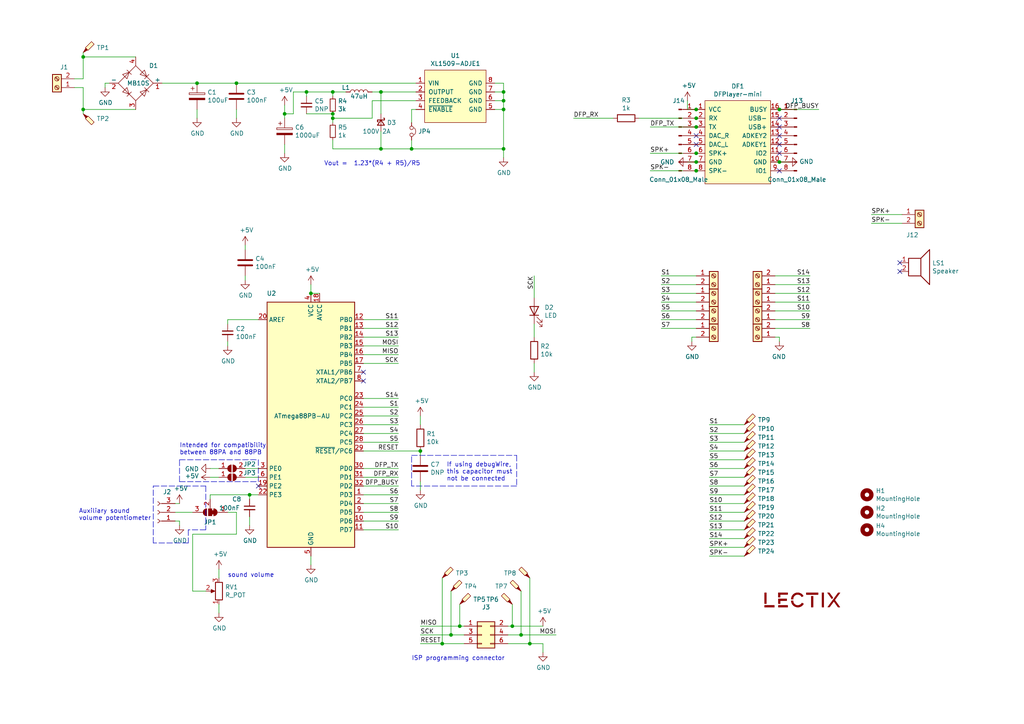
<source format=kicad_sch>
(kicad_sch (version 20211123) (generator eeschema)
  (paper "A4")
  (title_block (title "LEC008011 - Module sonore pour sons d’ambiance") (date "2023-04-24") (rev "V1.1") (company "LECTIX"))
  (junction (at 24.13 31.75))
  (junction (at 72.39 143.51))
  (junction (at 96.52 26.67))
  (junction (at 146.05 29.21))
  (junction (at 146.05 26.67))
  (junction (at 90.17 85.09))
  (junction (at 128.27 186.69))
  (junction (at 24.13 16.51))
  (junction (at 201.93 31.75))
  (junction (at 153.67 186.69))
  (junction (at 96.52 33.02))
  (junction (at 110.49 43.18))
  (junction (at 133.35 181.61))
  (junction (at 201.93 36.83))
  (junction (at 121.92 130.81))
  (junction (at 201.93 44.45))
  (junction (at 88.9 26.67))
  (junction (at 146.05 31.75))
  (junction (at 119.38 43.18))
  (junction (at 68.58 24.13))
  (junction (at 201.93 49.53))
  (junction (at 96.52 34.29))
  (junction (at 82.55 33.02))
  (junction (at 148.59 181.61))
  (junction (at 146.05 43.18))
  (junction (at 110.49 26.67))
  (junction (at 201.93 46.99))
  (junction (at 226.06 31.75))
  (junction (at 57.15 24.13))
  (junction (at 201.93 34.29))
  (junction (at 151.13 184.15))
  (junction (at 226.06 46.99))
  (junction (at 130.81 184.15))
  (no_connect (at 226.06 34.29))
  (no_connect (at 226.06 49.53))
  (no_connect (at 226.06 44.45))
  (no_connect (at 260.985 76.2))
  (no_connect (at 105.41 107.95))
  (no_connect (at 74.93 140.97))
  (no_connect (at 226.06 39.37))
  (no_connect (at 201.93 41.91))
  (no_connect (at 105.41 110.49))
  (no_connect (at 226.06 41.91))
  (no_connect (at 260.985 78.74))
  (no_connect (at 226.06 36.83))
  (no_connect (at 201.93 39.37))
  (polyline (pts (xy 54.61 157.48) (xy 44.45 157.48)))
  (wire (pts (xy 57.15 31.75) (xy 57.15 34.29)))
  (wire (pts (xy 85.09 26.67) (xy 85.09 33.02)))
  (wire (pts (xy 24.13 15.24) (xy 24.13 16.51)))
  (polyline (pts (xy 119.38 132.08) (xy 149.86 132.08)))
  (wire (pts (xy 201.93 95.25) (xy 191.77 95.25)))
  (wire (pts (xy 134.62 184.15) (xy 130.81 184.15)))
  (wire (pts (xy 88.9 33.02) (xy 96.52 33.02)))
  (wire (pts (xy 201.93 82.55) (xy 191.77 82.55)))
  (wire (pts (xy 133.35 181.61) (xy 121.92 181.61)))
  (wire (pts (xy 130.81 171.45) (xy 130.81 184.15)))
  (polyline (pts (xy 52.07 133.35) (xy 74.93 133.35)))
  (wire (pts (xy 226.06 31.75) (xy 237.49 31.75)))
  (wire (pts (xy 261.62 64.77) (xy 252.73 64.77)))
  (wire (pts (xy 134.62 181.61) (xy 133.35 181.61)))
  (wire (pts (xy 121.92 186.69) (xy 128.27 186.69)))
  (wire (pts (xy 151.13 171.45) (xy 151.13 184.15)))
  (wire (pts (xy 228.6 46.99) (xy 226.06 46.99)))
  (wire (pts (xy 96.52 34.29) (xy 107.95 34.29)))
  (polyline (pts (xy 52.07 139.7) (xy 52.07 133.35)))
  (wire (pts (xy 105.41 118.11) (xy 115.57 118.11)))
  (wire (pts (xy 39.37 31.75) (xy 24.13 31.75)))
  (wire (pts (xy 215.9 135.89) (xy 205.74 135.89)))
  (wire (pts (xy 52.07 151.13) (xy 52.07 152.4)))
  (wire (pts (xy 215.9 156.21) (xy 205.74 156.21)))
  (wire (pts (xy 52.07 146.05) (xy 50.8 146.05)))
  (wire (pts (xy 105.41 97.79) (xy 115.57 97.79)))
  (wire (pts (xy 215.9 151.13) (xy 205.74 151.13)))
  (wire (pts (xy 68.58 24.13) (xy 120.65 24.13)))
  (wire (pts (xy 157.48 189.23) (xy 157.48 186.69)))
  (wire (pts (xy 96.52 43.18) (xy 110.49 43.18)))
  (wire (pts (xy 74.93 143.51) (xy 72.39 143.51)))
  (wire (pts (xy 119.38 35.56) (xy 119.38 31.75)))
  (polyline (pts (xy 149.86 140.97) (xy 119.38 140.97)))
  (wire (pts (xy 201.93 87.63) (xy 191.77 87.63)))
  (wire (pts (xy 90.17 161.29) (xy 90.17 163.83)))
  (polyline (pts (xy 52.07 139.7) (xy 74.93 139.7)))
  (wire (pts (xy 105.41 148.59) (xy 115.57 148.59)))
  (wire (pts (xy 119.38 31.75) (xy 120.65 31.75)))
  (wire (pts (xy 200.66 97.79) (xy 201.93 97.79)))
  (wire (pts (xy 199.39 31.75) (xy 201.93 31.75)))
  (wire (pts (xy 71.12 135.89) (xy 74.93 135.89)))
  (wire (pts (xy 110.49 26.67) (xy 107.95 26.67)))
  (wire (pts (xy 215.9 143.51) (xy 205.74 143.51)))
  (wire (pts (xy 24.13 33.02) (xy 24.13 31.75)))
  (wire (pts (xy 82.55 30.48) (xy 82.55 33.02)))
  (wire (pts (xy 215.9 140.97) (xy 205.74 140.97)))
  (wire (pts (xy 60.96 143.51) (xy 60.96 144.78)))
  (wire (pts (xy 105.41 100.33) (xy 115.57 100.33)))
  (polyline (pts (xy 74.93 133.35) (xy 74.93 139.7)))
  (wire (pts (xy 224.79 87.63) (xy 234.95 87.63)))
  (wire (pts (xy 261.62 62.23) (xy 252.73 62.23)))
  (wire (pts (xy 143.51 29.21) (xy 146.05 29.21)))
  (wire (pts (xy 146.05 26.67) (xy 146.05 29.21)))
  (wire (pts (xy 224.79 80.01) (xy 234.95 80.01)))
  (wire (pts (xy 146.05 43.18) (xy 146.05 45.72)))
  (wire (pts (xy 119.38 43.18) (xy 119.38 40.64)))
  (wire (pts (xy 130.81 184.15) (xy 121.92 184.15)))
  (wire (pts (xy 146.05 31.75) (xy 146.05 43.18)))
  (wire (pts (xy 224.79 95.25) (xy 234.95 95.25)))
  (wire (pts (xy 201.93 80.01) (xy 191.77 80.01)))
  (wire (pts (xy 105.41 153.67) (xy 115.57 153.67)))
  (wire (pts (xy 226.06 99.06) (xy 226.06 97.79)))
  (wire (pts (xy 154.94 97.79) (xy 154.94 93.98)))
  (wire (pts (xy 110.49 26.67) (xy 120.65 26.67)))
  (wire (pts (xy 96.52 35.56) (xy 96.52 34.29)))
  (wire (pts (xy 68.58 154.94) (xy 68.58 148.59)))
  (wire (pts (xy 66.04 100.33) (xy 66.04 99.06)))
  (polyline (pts (xy 54.61 153.67) (xy 54.61 157.48)))
  (wire (pts (xy 63.5 165.1) (xy 63.5 167.64)))
  (wire (pts (xy 110.49 26.67) (xy 110.49 33.02)))
  (wire (pts (xy 143.51 26.67) (xy 146.05 26.67)))
  (wire (pts (xy 85.09 26.67) (xy 88.9 26.67)))
  (wire (pts (xy 105.41 135.89) (xy 115.57 135.89)))
  (wire (pts (xy 105.41 120.65) (xy 115.57 120.65)))
  (wire (pts (xy 24.13 22.86) (xy 21.59 22.86)))
  (wire (pts (xy 85.09 33.02) (xy 82.55 33.02)))
  (wire (pts (xy 105.41 140.97) (xy 115.57 140.97)))
  (wire (pts (xy 226.06 97.79) (xy 224.79 97.79)))
  (polyline (pts (xy 44.45 157.48) (xy 44.45 140.97)))
  (wire (pts (xy 24.13 31.75) (xy 24.13 25.4)))
  (wire (pts (xy 105.41 95.25) (xy 115.57 95.25)))
  (wire (pts (xy 71.12 71.12) (xy 71.12 72.39)))
  (polyline (pts (xy 59.69 140.97) (xy 59.69 153.67)))
  (wire (pts (xy 146.05 24.13) (xy 146.05 26.67)))
  (wire (pts (xy 215.9 158.75) (xy 205.74 158.75)))
  (wire (pts (xy 128.27 186.69) (xy 134.62 186.69)))
  (wire (pts (xy 121.92 132.08) (xy 121.92 130.81)))
  (polyline (pts (xy 149.86 132.08) (xy 149.86 140.97)))
  (wire (pts (xy 224.79 82.55) (xy 234.95 82.55)))
  (wire (pts (xy 215.9 125.73) (xy 205.74 125.73)))
  (wire (pts (xy 146.05 24.13) (xy 143.51 24.13)))
  (wire (pts (xy 157.48 186.69) (xy 153.67 186.69)))
  (wire (pts (xy 224.79 85.09) (xy 234.95 85.09)))
  (wire (pts (xy 59.69 171.45) (xy 55.88 171.45)))
  (wire (pts (xy 82.55 33.02) (xy 82.55 34.29)))
  (wire (pts (xy 60.96 138.43) (xy 63.5 138.43)))
  (wire (pts (xy 96.52 26.67) (xy 100.33 26.67)))
  (wire (pts (xy 177.8 34.29) (xy 166.37 34.29)))
  (wire (pts (xy 151.13 184.15) (xy 161.29 184.15)))
  (wire (pts (xy 105.41 151.13) (xy 115.57 151.13)))
  (wire (pts (xy 55.88 171.45) (xy 55.88 154.94)))
  (wire (pts (xy 224.79 90.17) (xy 234.95 90.17)))
  (wire (pts (xy 107.95 29.21) (xy 120.65 29.21)))
  (wire (pts (xy 105.41 125.73) (xy 115.57 125.73)))
  (wire (pts (xy 215.9 138.43) (xy 205.74 138.43)))
  (wire (pts (xy 88.9 27.94) (xy 88.9 26.67)))
  (wire (pts (xy 148.59 181.61) (xy 157.48 181.61)))
  (wire (pts (xy 147.32 181.61) (xy 148.59 181.61)))
  (wire (pts (xy 201.93 49.53) (xy 188.595 49.53)))
  (wire (pts (xy 215.9 153.67) (xy 205.74 153.67)))
  (wire (pts (xy 96.52 27.94) (xy 96.52 26.67)))
  (wire (pts (xy 224.79 92.71) (xy 234.95 92.71)))
  (wire (pts (xy 63.5 175.26) (xy 63.5 177.8)))
  (wire (pts (xy 72.39 143.51) (xy 60.96 143.51)))
  (wire (pts (xy 72.39 149.86) (xy 72.39 152.4)))
  (wire (pts (xy 199.39 29.21) (xy 199.39 31.75)))
  (wire (pts (xy 105.41 92.71) (xy 115.57 92.71)))
  (wire (pts (xy 68.58 31.75) (xy 68.58 34.29)))
  (wire (pts (xy 107.95 34.29) (xy 107.95 29.21)))
  (wire (pts (xy 39.37 16.51) (xy 24.13 16.51)))
  (wire (pts (xy 96.52 34.29) (xy 96.52 33.02)))
  (wire (pts (xy 201.93 92.71) (xy 191.77 92.71)))
  (wire (pts (xy 154.94 86.36) (xy 154.94 80.01)))
  (wire (pts (xy 71.12 80.01) (xy 71.12 81.28)))
  (wire (pts (xy 24.13 16.51) (xy 24.13 22.86)))
  (wire (pts (xy 105.41 102.87) (xy 115.57 102.87)))
  (wire (pts (xy 92.71 85.09) (xy 90.17 85.09)))
  (wire (pts (xy 105.41 123.19) (xy 115.57 123.19)))
  (wire (pts (xy 201.93 46.99) (xy 199.39 46.99)))
  (wire (pts (xy 105.41 105.41) (xy 115.57 105.41)))
  (wire (pts (xy 105.41 128.27) (xy 115.57 128.27)))
  (wire (pts (xy 68.58 148.59) (xy 66.04 148.59)))
  (wire (pts (xy 66.04 92.71) (xy 74.93 92.71)))
  (wire (pts (xy 201.93 90.17) (xy 191.77 90.17)))
  (wire (pts (xy 105.41 115.57) (xy 115.57 115.57)))
  (wire (pts (xy 215.9 123.19) (xy 205.74 123.19)))
  (wire (pts (xy 57.15 24.13) (xy 68.58 24.13)))
  (wire (pts (xy 153.67 167.64) (xy 153.67 186.69)))
  (wire (pts (xy 110.49 38.1) (xy 110.49 43.18)))
  (wire (pts (xy 50.8 148.59) (xy 55.88 148.59)))
  (wire (pts (xy 121.92 139.7) (xy 121.92 142.24)))
  (wire (pts (xy 110.49 43.18) (xy 119.38 43.18)))
  (wire (pts (xy 96.52 40.64) (xy 96.52 43.18)))
  (wire (pts (xy 146.05 29.21) (xy 146.05 31.75)))
  (wire (pts (xy 63.5 135.89) (xy 60.96 135.89)))
  (wire (pts (xy 185.42 34.29) (xy 201.93 34.29)))
  (wire (pts (xy 105.41 146.05) (xy 115.57 146.05)))
  (wire (pts (xy 200.66 99.06) (xy 200.66 97.79)))
  (wire (pts (xy 90.17 82.55) (xy 90.17 85.09)))
  (polyline (pts (xy 119.38 140.97) (xy 119.38 132.08)))
  (wire (pts (xy 154.94 107.95) (xy 154.94 105.41)))
  (wire (pts (xy 105.41 143.51) (xy 115.57 143.51)))
  (wire (pts (xy 72.39 144.78) (xy 72.39 143.51)))
  (wire (pts (xy 24.13 25.4) (xy 21.59 25.4)))
  (wire (pts (xy 128.27 167.64) (xy 128.27 186.69)))
  (wire (pts (xy 66.04 93.98) (xy 66.04 92.71)))
  (wire (pts (xy 30.48 24.13) (xy 31.75 24.13)))
  (wire (pts (xy 215.9 146.05) (xy 205.74 146.05)))
  (wire (pts (xy 215.9 161.29) (xy 205.74 161.29)))
  (wire (pts (xy 133.35 175.26) (xy 133.35 181.61)))
  (wire (pts (xy 55.88 154.94) (xy 68.58 154.94)))
  (wire (pts (xy 30.48 24.13) (xy 30.48 25.4)))
  (wire (pts (xy 215.9 148.59) (xy 205.74 148.59)))
  (wire (pts (xy 82.55 41.91) (xy 82.55 44.45)))
  (wire (pts (xy 147.32 184.15) (xy 151.13 184.15)))
  (wire (pts (xy 105.41 138.43) (xy 115.57 138.43)))
  (wire (pts (xy 153.67 186.69) (xy 147.32 186.69)))
  (wire (pts (xy 148.59 175.26) (xy 148.59 181.61)))
  (wire (pts (xy 121.92 120.65) (xy 121.92 123.19)))
  (wire (pts (xy 215.9 128.27) (xy 205.74 128.27)))
  (wire (pts (xy 46.99 24.13) (xy 57.15 24.13)))
  (wire (pts (xy 121.92 130.81) (xy 105.41 130.81)))
  (wire (pts (xy 88.9 26.67) (xy 96.52 26.67)))
  (polyline (pts (xy 59.69 153.67) (xy 54.61 153.67)))
  (wire (pts (xy 201.93 36.83) (xy 188.595 36.83)))
  (polyline (pts (xy 44.45 140.97) (xy 59.69 140.97)))
  (wire (pts (xy 201.93 85.09) (xy 191.77 85.09)))
  (wire (pts (xy 119.38 43.18) (xy 146.05 43.18)))
  (wire (pts (xy 143.51 31.75) (xy 146.05 31.75)))
  (wire (pts (xy 71.12 138.43) (xy 74.93 138.43)))
  (wire (pts (xy 50.8 151.13) (xy 52.07 151.13)))
  (wire (pts (xy 215.9 133.35) (xy 205.74 133.35)))
  (wire (pts (xy 201.93 44.45) (xy 188.595 44.45)))
  (wire (pts (xy 215.9 130.81) (xy 205.74 130.81)))
  (text "sound volume" (at 66.04 167.64 0) (effects (font (size 1.27 1.27)) (justify left bottom)))
  (text "Vout =  1.23*(R4 + R5)/R5\n" (at 93.98 48.26 0) (effects (font (size 1.27 1.27)) (justify left bottom)))
  (text "Auxiliary sound \nvolume potentiometer" (at 22.86 151.13 0) (effects (font (size 1.27 1.27)) (justify left bottom)))
  (text "If using debugWire, \nthis capacitor must \nnot be connected" (at 129.54 139.7 0) (effects (font (size 1.27 1.27)) (justify left bottom)))
  (text "ISP programming connector" (at 119.38 191.77 0) (effects (font (size 1.27 1.27)) (justify left bottom)))
  (text "Intended for compatibility\nbetween 88PA and 88PB" (at 52.07 132.08 0) (effects (font (size 1.27 1.27)) (justify left bottom)))
  (label "S12" (at 115.57 95.25 180))
  (label "S2" (at 205.74 125.73 0))
  (label "S9" (at 115.57 151.13 180))
  (label "DFP_RX" (at 166.37 34.29 0))
  (label "MOSI" (at 161.29 184.15 180))
  (label "DFP_TX" (at 188.595 36.83 0))
  (label "S1" (at 191.77 80.01 0))
  (label "S12" (at 205.74 151.13 0))
  (label "S14" (at 234.95 80.01 180))
  (label "S10" (at 115.57 153.67 180))
  (label "DFP_RX" (at 115.57 138.43 180))
  (label "S11" (at 205.74 148.59 0))
  (label "S13" (at 205.74 153.67 0))
  (label "S7" (at 115.57 146.05 180))
  (label "SPK-" (at 252.73 64.77 0))
  (label "SCK" (at 154.94 80.01 270))
  (label "S5" (at 191.77 90.17 0))
  (label "S5" (at 205.74 133.35 0))
  (label "S7" (at 205.74 138.43 0))
  (label "S6" (at 205.74 135.89 0))
  (label "SPK-" (at 188.595 49.53 0))
  (label "S6" (at 115.57 143.51 180))
  (label "S1" (at 205.74 123.19 0))
  (label "MOSI" (at 115.57 100.33 180))
  (label "SCK" (at 115.57 105.41 180))
  (label "SPK-" (at 205.74 161.29 0))
  (label "S3" (at 205.74 128.27 0))
  (label "S2" (at 115.57 120.65 180))
  (label "S13" (at 115.57 97.79 180))
  (label "S3" (at 191.77 85.09 0))
  (label "S9" (at 205.74 143.51 0))
  (label "S3" (at 115.57 123.19 180))
  (label "RESET" (at 121.92 186.69 0))
  (label "S11" (at 234.95 87.63 180))
  (label "S10" (at 205.74 146.05 0))
  (label "S14" (at 115.57 115.57 180))
  (label "S2" (at 191.77 82.55 0))
  (label "S12" (at 234.95 85.09 180))
  (label "MISO" (at 115.57 102.87 180))
  (label "S8" (at 205.74 140.97 0))
  (label "S8" (at 115.57 148.59 180))
  (label "SPK+" (at 205.74 158.75 0))
  (label "S14" (at 205.74 156.21 0))
  (label "DFP_TX" (at 115.57 135.89 180))
  (label "DFP_BUSY" (at 115.57 140.97 180))
  (label "S1" (at 115.57 118.11 180))
  (label "S13" (at 234.95 82.55 180))
  (label "S11" (at 115.57 92.71 180))
  (label "S4" (at 115.57 125.73 180))
  (label "S4" (at 191.77 87.63 0))
  (label "S8" (at 234.95 95.25 180))
  (label "RESET" (at 115.57 130.81 180))
  (label "S9" (at 234.95 92.71 180))
  (label "S4" (at 205.74 130.81 0))
  (label "SPK+" (at 188.595 44.45 0))
  (label "S5" (at 115.57 128.27 180))
  (label "S7" (at 191.77 95.25 0))
  (label "DFP_BUSY" (at 237.49 31.75 180))
  (label "MISO" (at 121.92 181.61 0))
  (label "S6" (at 191.77 92.71 0))
  (label "SCK" (at 121.92 184.15 0))
  (label "SPK+" (at 252.73 62.23 0))
  (label "S10" (at 234.95 90.17 180))
  (symbol (lib_id "power:GND") (at 90.17 163.83 0) (unit 1)
    (property "Reference" "#PWR015" (effects hide))
    (property "Value" "GND" (at 90.297 168.2242 0))
  )
  (symbol (lib_id "power:+5V") (at 90.17 82.55 0) (unit 1)
    (property "Reference" "#PWR014" (effects hide))
    (property "Value" "+5V" (at 90.551 78.1558 0))
  )
  (symbol (lib_id "Device:C") (at 121.92 135.89 0) (unit 1) (in_bom no)
    (property "Reference" "C7" (at 124.841 134.7216 0) (effects (justify left)))
    (property "Value" "DNP" (at 124.841 137.033 0) (effects (justify left)))
    (property "Footprint" "Capacitor_SMD:C_0805_2012Metric" (effects hide))
    (property "LCSC" "DNP" (effects hide))
    (property "Comment" "DNP" (effects hide))
    (property "MPN" "DNP" (effects hide))
    (property "Manufacturer" "DNP" (effects hide))
  )
  (symbol (lib_id "power:GND") (at 121.92 142.24 0) (unit 1)
    (property "Reference" "#PWR020" (effects hide))
    (property "Value" "GND" (at 122.047 146.6342 0))
  )
  (symbol (lib_id "Device:C") (at 71.12 76.2 0) (unit 1)
    (property "Reference" "C4" (at 74.041 75.0316 0) (effects (justify left)))
    (property "Value" "100nF" (at 74.041 77.343 0) (effects (justify left)))
    (property "Footprint" "Capacitor_SMD:C_0805_2012Metric" (effects hide))
    (property "LCSC" "C49678" (effects hide))
    (property "MPN" "CC0805KRX7R9BB104" (effects hide))
    (property "Manufacturer" "YAGEO" (effects hide))
  )
  (symbol (lib_id "power:GND") (at 71.12 81.28 0) (unit 1)
    (property "Reference" "#PWR012" (effects hide))
    (property "Value" "GND" (at 71.247 85.6742 0))
  )
  (symbol (lib_id "power:+5V") (at 71.12 71.12 0) (unit 1)
    (property "Reference" "#PWR011" (effects hide))
    (property "Value" "+5V" (at 71.501 66.7258 0))
  )
  (symbol (lib_id "power:GND") (at 30.48 25.4 0) (unit 1)
    (property "Reference" "#PWR01" (effects hide))
    (property "Value" "GND" (at 30.607 29.7942 0))
  )
  (symbol (lib_id "Device:CP") (at 57.15 27.94 0) (unit 1)
    (property "Reference" "C1" (at 60.1472 26.7716 0) (effects (justify left)))
    (property "Value" "100uF" (at 60.1472 29.083 0) (effects (justify left)))
    (property "Footprint" "Capacitor_SMD:CP_Elec_6.3x7.7" (effects hide))
    (property "Buy" "https://lcsc.com/product-detail/Aluminum-Electrolytic-Capacitors-SMD_100uF-20-35V_C141427.html" (effects hide))
    (property "LCSC" "C249982" (effects hide))
    (property "MPN" "VZT101M1VTR-0606" (effects hide))
    (property "Manufacturer" "Lelon" (effects hide))
  )
  (symbol (lib_id "Device:C") (at 68.58 27.94 0) (unit 1)
    (property "Reference" "C3" (at 71.501 26.7716 0) (effects (justify left)))
    (property "Value" "100nF" (at 71.501 29.083 0) (effects (justify left)))
    (property "Footprint" "Capacitor_SMD:C_0805_2012Metric" (effects hide))
    (property "LCSC" "C49678" (effects hide))
    (property "MPN" "CC0805KRX7R9BB104" (effects hide))
    (property "Manufacturer" "YAGEO" (effects hide))
  )
  (symbol (lib_id "power:GND") (at 57.15 34.29 0) (unit 1)
    (property "Reference" "#PWR04" (effects hide))
    (property "Value" "GND" (at 57.277 38.6842 0))
  )
  (symbol (lib_id "power:GND") (at 68.58 34.29 0) (unit 1)
    (property "Reference" "#PWR010" (effects hide))
    (property "Value" "GND" (at 68.707 38.6842 0))
  )
  (symbol (lib_id "power:GND") (at 146.05 45.72 0) (unit 1)
    (property "Reference" "#PWR013" (effects hide))
    (property "Value" "GND" (at 146.177 50.1142 0))
  )
  (symbol (lib_id "Device:CP") (at 82.55 38.1 0) (unit 1)
    (property "Reference" "C6" (at 85.5472 36.9316 0) (effects (justify left)))
    (property "Value" "1000uF" (at 85.5472 39.243 0) (effects (justify left)))
    (property "Footprint" "Capacitor_SMD:CP_Elec_8x10.5" (effects hide))
    (property "Buy" "https://lcsc.com/product-detail/Aluminum-Electrolytic-Capacitors-SMD_Semtech-CK1A102M-CRF10_C427539.html" (effects hide))
    (property "LCSC" "C176671" (effects hide))
    (property "MPN" "VEJ471M1CTR-0810" (effects hide))
    (property "Manufacturer" "Lelon" (effects hide))
    (property "JLCPCB_CORRECTION" "0;0;180" (effects hide))
  )
  (symbol (lib_id "power:GND") (at 82.55 44.45 0) (unit 1)
    (property "Reference" "#PWR017" (effects hide))
    (property "Value" "GND" (at 82.677 48.8442 0))
  )
  (symbol (lib_id "power:+5V") (at 82.55 30.48 0) (unit 1)
    (property "Reference" "#PWR018" (effects hide))
    (property "Value" "+5V" (at 82.931 26.0858 0))
  )
  (symbol (lib_id "Mechanical:MountingHole") (at 251.46 143.51 0) (unit 1)
    (property "Reference" "H1" (at 254 142.3416 0) (effects (justify left)))
    (property "Value" "MountingHole" (at 254 144.653 0) (effects (justify left)))
    (property "Footprint" "0_mechanical:MountingHole_3.2mm_M3" (effects hide))
    (property "LCSC" "DNP" (effects hide))
    (property "Comment" "DNP" (effects hide))
    (property "MPN" "DNP" (effects hide))
    (property "Manufacturer" "DNP" (effects hide))
  )
  (symbol (lib_id "Mechanical:MountingHole") (at 251.46 148.59 0) (unit 1)
    (property "Reference" "H2" (at 254 147.4216 0) (effects (justify left)))
    (property "Value" "MountingHole" (at 254 149.733 0) (effects (justify left)))
    (property "Footprint" "0_mechanical:MountingHole_3.2mm_M3" (effects hide))
    (property "LCSC" "DNP" (effects hide))
    (property "Comment" "DNP" (effects hide))
    (property "MPN" "DNP" (effects hide))
    (property "Manufacturer" "DNP" (effects hide))
  )
  (symbol (lib_id "Mechanical:MountingHole") (at 251.46 153.67 0) (unit 1)
    (property "Reference" "H4" (at 254 152.5016 0) (effects (justify left)))
    (property "Value" "MountingHole" (at 254 154.813 0) (effects (justify left)))
    (property "Footprint" "0_mechanical:MountingHole_3.2mm_M3" (effects hide))
    (property "LCSC" "DNP" (effects hide))
    (property "Comment" "DNP" (effects hide))
    (property "MPN" "DNP" (effects hide))
    (property "Manufacturer" "DNP" (effects hide))
  )
  (symbol (lib_id "Connector_Generic:Conn_02x03_Odd_Even") (at 139.7 184.15 0) (unit 1)
    (property "Reference" "J3" (at 140.97 176.0982 0))
    (property "Value" "Conn_02x03_Odd_Even" (effects hide))
    (property "Footprint" "Connector_PinHeader_2.54mm:PinHeader_2x03_P2.54mm_Vertical" (effects hide))
    (property "LCSC" "C5116479" (effects hide))
    (property "Comment" "DNP" (effects hide))
    (property "MPN" "DNP" (effects hide))
    (property "Manufacturer" "DNP" (effects hide))
  )
  (symbol (lib_id "power:GND") (at 157.48 189.23 0) (unit 1)
    (property "Reference" "#PWR023" (effects hide))
    (property "Value" "GND" (at 157.607 193.6242 0))
  )
  (symbol (lib_id "power:+5V") (at 157.48 181.61 0) (unit 1)
    (property "Reference" "#PWR024" (effects hide))
    (property "Value" "+5V" (at 157.861 177.2158 0))
  )
  (symbol (lib_id "Device:R_POT") (at 63.5 171.45 180) (unit 1)
    (property "Reference" "RV1" (at 65.278 170.2816 0) (effects (justify right)))
    (property "Value" "R_POT" (at 65.278 172.593 0) (effects (justify right)))
    (property "Footprint" "0_potentiometers:Potentiometer_Bourns_TC33X_Vertical" (effects hide))
    (property "Datasheet" "https://datasheet.lcsc.com/szlcsc/Hokuriku-Elec-Industry-VG039NCHXTB153_C128547.pdf" (effects hide))
    (property "Buy" "https://lcsc.com/product-detail/Variable-Resistors_Hokuriku-Elec-Industry-VG039NCHXTB153_C128547.html" (effects hide))
    (property "LCSC" "C128547" (effects hide))
    (property "MPN" "VG039NCHXTB153" (effects hide))
    (property "Manufacturer" "Hokuriku Elec Industry" (effects hide))
  )
  (symbol (lib_id "power:+5V") (at 63.5 165.1 0) (unit 1)
    (property "Reference" "#PWR07" (effects hide))
    (property "Value" "+5V" (at 63.881 160.7058 0))
  )
  (symbol (lib_id "power:GND") (at 63.5 177.8 0) (unit 1)
    (property "Reference" "#PWR08" (effects hide))
    (property "Value" "GND" (at 63.627 182.1942 0))
  )
  (symbol (lib_id "0_modules:DFPlayer-mini") (at 213.36 41.91 0) (unit 1) (in_bom no) (on_board no)
    (property "Reference" "DF1" (at 213.995 25.019 0))
    (property "Value" "DFPlayer-mini" (at 213.995 27.3304 0))
    (property "Footprint" "0_modules:DFPlayer" (effects hide))
    (property "Datasheet" "https://wiki.dfrobot.com/DFPlayer_Mini_SKU_DFR0299" (effects hide))
    (property "LCSC" "C27438" (effects hide))
    (property "Comment" "Needs 2 parts" (effects hide))
    (property "MPN" "Female Header 8P, 2.54mm pitch" (effects hide))
    (property "Manufacturer" "generic" (effects hide))
  )
  (symbol (lib_id "MCU_Microchip_ATmega:ATmega88PB-AU") (at 90.17 123.19 0) (unit 1)
    (property "Reference" "U2" (at 78.74 85.09 0))
    (property "Value" "ATmega88PB-AU" (at 87.63 120.65 0))
    (property "Footprint" "Package_QFP:TQFP-32_7x7mm_P0.8mm" (effects hide))
    (property "Datasheet" "http://ww1.microchip.com/downloads/en/DeviceDoc/40001909A.pdf" (effects hide))
    (property "LCSC" "C8727" (effects hide))
    (property "Comment" "original only" (effects hide))
    (property "MPN" "ATMEGA88PA-AU" (effects hide))
    (property "Manufacturer" "Microchip Tech" (effects hide))
    (property "JLCPCB_CORRECTION" "0;0;270" (effects hide))
  )
  (symbol (lib_id "power:GND") (at 60.96 135.89 270) (unit 1)
    (property "Reference" "#PWR05" (effects hide))
    (property "Value" "GND" (at 57.7088 136.017 90) (effects (justify right)))
  )
  (symbol (lib_id "power:+5V") (at 60.96 138.43 90) (unit 1)
    (property "Reference" "#PWR06" (effects hide))
    (property "Value" "+5V" (at 57.7088 138.049 90) (effects (justify left)))
  )
  (symbol (lib_id "Device:C_Small") (at 66.04 96.52 0) (unit 1)
    (property "Reference" "C2" (at 68.3768 95.3516 0) (effects (justify left)))
    (property "Value" "100nF" (at 68.3768 97.663 0) (effects (justify left)))
    (property "Footprint" "Capacitor_SMD:C_0805_2012Metric" (effects hide))
    (property "LCSC" "C49678" (effects hide))
    (property "MPN" "CC0805KRX7R9BB104" (effects hide))
    (property "Manufacturer" "YAGEO" (effects hide))
  )
  (symbol (lib_id "power:GND") (at 66.04 100.33 0) (unit 1)
    (property "Reference" "#PWR09" (effects hide))
    (property "Value" "GND" (at 66.167 104.7242 0))
  )
  (symbol (lib_id "Device:R") (at 121.92 127 0) (unit 1)
    (property "Reference" "R1" (at 123.698 125.8316 0) (effects (justify left)))
    (property "Value" "10k" (at 123.698 128.143 0) (effects (justify left)))
    (property "Footprint" "Resistor_SMD:R_0805_2012Metric" (effects hide))
    (property "LCSC" "C17414" (effects hide))
    (property "MPN" "0805W8F1002T5E" (effects hide))
    (property "Manufacturer" "Uniroyal Elec" (effects hide))
  )
  (symbol (lib_id "power:+5V") (at 121.92 120.65 0) (unit 1)
    (property "Reference" "#PWR019" (effects hide))
    (property "Value" "+5V" (at 122.301 116.2558 0))
  )
  (symbol (lib_id "power:+5V") (at 199.39 29.21 0) (unit 1)
    (property "Reference" "#PWR026" (effects hide))
    (property "Value" "+5V" (at 199.771 24.8158 0))
  )
  (symbol (lib_id "power:GND") (at 199.39 46.99 270) (unit 1)
    (property "Reference" "#PWR027" (effects hide))
    (property "Value" "GND" (at 195.58 46.99 90) (effects (justify right)))
  )
  (symbol (lib_id "power:GND") (at 228.6 46.99 90) (unit 1)
    (property "Reference" "#PWR029" (effects hide))
    (property "Value" "GND" (at 231.8512 46.863 90) (effects (justify right)))
  )
  (symbol (lib_id "Jumper:SolderJumper_3_Bridged12") (at 60.96 148.59 180) (unit 1)
    (property "Reference" "JP1" (at 60.96 151.4602 0))
    (property "Value" "SolderJumper_3_Bridged12" (effects hide))
    (property "Footprint" "Jumper:SolderJumper-3_P1.3mm_Bridged12_RoundedPad1.0x1.5mm" (effects hide))
    (property "LCSC" "DNP" (effects hide))
    (property "Comment" "DNP" (effects hide))
    (property "MPN" "DNP" (effects hide))
    (property "Manufacturer" "DNP" (effects hide))
  )
  (symbol (lib_id "Jumper:SolderJumper_2_Open") (at 67.31 135.89 0) (unit 1)
    (property "Reference" "JP2" (at 72.39 134.62 0))
    (property "Value" "SolderJumper_2_Open" (effects hide))
    (property "Footprint" "Jumper:SolderJumper-2_P1.3mm_Open_RoundedPad1.0x1.5mm" (effects hide))
    (property "LCSC" "DNP" (effects hide))
    (property "Comment" "DNP" (effects hide))
    (property "MPN" "DNP" (effects hide))
    (property "Manufacturer" "DNP" (effects hide))
  )
  (symbol (lib_id "Jumper:SolderJumper_2_Open") (at 67.31 138.43 0) (unit 1)
    (property "Reference" "JP3" (at 72.39 137.16 0))
    (property "Value" "SolderJumper_2_Open" (effects hide))
    (property "Footprint" "Jumper:SolderJumper-2_P1.3mm_Open_RoundedPad1.0x1.5mm" (effects hide))
    (property "LCSC" "DNP" (effects hide))
    (property "Comment" "DNP" (effects hide))
    (property "MPN" "DNP" (effects hide))
    (property "Manufacturer" "DNP" (effects hide))
  )
  (symbol (lib_id "Connector:Conn_01x03_Female") (at 45.72 148.59 180) (unit 1)
    (property "Reference" "J2" (at 48.4632 142.6718 0))
    (property "Value" "Conn_01x03_Female" (effects hide))
    (property "Footprint" "Connector_Wire:SolderWirePad_1x03_P3.81mm_Drill1.2mm" (effects hide))
    (property "LCSC" "DNP" (effects hide))
    (property "Comment" "DNP" (effects hide))
    (property "MPN" "DNP" (effects hide))
    (property "Manufacturer" "DNP" (effects hide))
  )
  (symbol (lib_id "power:GND") (at 52.07 152.4 0) (unit 1)
    (property "Reference" "#PWR03" (effects hide))
    (property "Value" "GND" (at 52.197 156.7942 0))
  )
  (symbol (lib_id "power:+5V") (at 52.07 146.05 0) (unit 1)
    (property "Reference" "#PWR02" (effects hide))
    (property "Value" "+5V" (at 52.451 141.6558 0))
  )
  (symbol (lib_id "power:GND") (at 200.66 99.06 0) (unit 1)
    (property "Reference" "#PWR028" (effects hide))
    (property "Value" "GND" (at 200.787 103.4542 0))
  )
  (symbol (lib_id "power:GND") (at 226.06 99.06 0) (mirror y) (unit 1)
    (property "Reference" "#PWR030" (effects hide))
    (property "Value" "GND" (at 225.933 103.4542 0))
  )
  (symbol (lib_id "Device:LED") (at 154.94 90.17 90) (unit 1)
    (property "Reference" "D2" (at 157.9118 89.1794 90) (effects (justify right)))
    (property "Value" "LED" (at 157.9118 91.4908 90) (effects (justify right)))
    (property "Footprint" "LED_SMD:LED_0603_1608Metric" (effects hide))
    (property "LCSC" "C72043" (effects hide))
    (property "MPN" "19-217/GHC-YR1S2/3T" (effects hide))
    (property "Manufacturer" "Everlight Elec" (effects hide))
  )
  (symbol (lib_id "Device:R") (at 154.94 101.6 0) (unit 1)
    (property "Reference" "R2" (at 156.718 100.4316 0) (effects (justify left)))
    (property "Value" "10k" (at 156.718 102.743 0) (effects (justify left)))
    (property "Footprint" "Resistor_SMD:R_0805_2012Metric" (effects hide))
    (property "LCSC" "C17414" (effects hide))
    (property "MPN" "0805W8F1002T5E" (effects hide))
    (property "Manufacturer" "Uniroyal Elec" (effects hide))
  )
  (symbol (lib_id "power:GND") (at 154.94 107.95 0) (unit 1)
    (property "Reference" "#PWR025" (effects hide))
    (property "Value" "GND" (at 155.067 112.3442 0))
  )
  (symbol (lib_id "0_connectors:Screw_Terminal_01x02_green") (at 16.51 25.4 180) (unit 1)
    (property "Reference" "J1" (at 18.5928 19.4818 0))
    (property "Value" "Screw_Terminal_01x02" (effects hide))
    (property "Footprint" "0_connectors:TerminalBlock_bornier-2_P5.08mm-green" (effects hide))
    (property "LCSC" "C395849" (effects hide))
    (property "Comment" "original only" (effects hide))
    (property "MPN" "DB126V-5.0-2P-GN" (effects hide))
    (property "Manufacturer" "DIBO" (effects hide))
    (property "JLCPCB_CORRECTION" "2.54;0;0" (effects hide))
  )
  (symbol (lib_id "0_connectors:Screw_Terminal_01x02_blue") (at 266.7 62.23 0) (unit 1)
    (property "Reference" "J12" (at 264.6172 68.1482 0))
    (property "Value" "Screw_Terminal_01x02" (effects hide))
    (property "Footprint" "0_connectors:TerminalBlock_bornier-2_P5.08mm-blue" (effects hide))
    (property "LCSC" "C395882" (effects hide))
    (property "Comment" "original only" (effects hide))
    (property "MPN" "DB301V-5.0-2P-BU-S" (effects hide))
    (property "Manufacturer" "DIBO" (effects hide))
    (property "JLCPCB_CORRECTION" "2.54;0;0" (effects hide))
  )
  (symbol (lib_id "0_connectors:Screw_Terminal_01x02_blue") (at 207.01 80.01 0) (unit 1)
    (property "Reference" "J4" (effects hide))
    (property "Value" "Screw_Terminal_01x02" (effects hide))
    (property "Footprint" "0_connectors:TerminalBlock_bornier-2_P5.08mm-blue" (effects hide))
    (property "LCSC" "C395882" (effects hide))
    (property "Comment" "original only" (effects hide))
    (property "MPN" "DB301V-5.0-2P-BU-S" (effects hide))
    (property "Manufacturer" "DIBO" (effects hide))
    (property "JLCPCB_CORRECTION" "2.54;0;0" (effects hide))
  )
  (symbol (lib_id "0_connectors:Screw_Terminal_01x02_blue") (at 207.01 85.09 0) (unit 1)
    (property "Reference" "J5" (effects hide))
    (property "Value" "Screw_Terminal_01x02" (effects hide))
    (property "Footprint" "0_connectors:TerminalBlock_bornier-2_P5.08mm-blue" (effects hide))
    (property "LCSC" "C395882" (effects hide))
    (property "Comment" "original only" (effects hide))
    (property "MPN" "DB301V-5.0-2P-BU-S" (effects hide))
    (property "Manufacturer" "DIBO" (effects hide))
    (property "JLCPCB_CORRECTION" "2.54;0;0" (effects hide))
  )
  (symbol (lib_id "0_connectors:Screw_Terminal_01x02_blue") (at 207.01 90.17 0) (unit 1)
    (property "Reference" "J6" (effects hide))
    (property "Value" "Screw_Terminal_01x02" (effects hide))
    (property "Footprint" "0_connectors:TerminalBlock_bornier-2_P5.08mm-blue" (effects hide))
    (property "LCSC" "C395882" (effects hide))
    (property "Comment" "original only" (effects hide))
    (property "MPN" "DB301V-5.0-2P-BU-S" (effects hide))
    (property "Manufacturer" "DIBO" (effects hide))
    (property "JLCPCB_CORRECTION" "2.54;0;0" (effects hide))
  )
  (symbol (lib_id "0_connectors:Screw_Terminal_01x02_blue") (at 207.01 95.25 0) (unit 1)
    (property "Reference" "J7" (effects hide))
    (property "Value" "Screw_Terminal_01x02" (effects hide))
    (property "Footprint" "0_connectors:TerminalBlock_bornier-2_P5.08mm-blue" (effects hide))
    (property "LCSC" "C395882" (effects hide))
    (property "Comment" "original only" (effects hide))
    (property "MPN" "DB301V-5.0-2P-BU-S" (effects hide))
    (property "Manufacturer" "DIBO" (effects hide))
    (property "JLCPCB_CORRECTION" "2.54;0;0" (effects hide))
  )
  (symbol (lib_id "0_connectors:Screw_Terminal_01x02_blue") (at 219.71 97.79 180) (unit 1)
    (property "Reference" "J11" (effects hide))
    (property "Value" "Screw_Terminal_01x02" (effects hide))
    (property "Footprint" "0_connectors:TerminalBlock_bornier-2_P5.08mm-blue" (effects hide))
    (property "LCSC" "C395882" (effects hide))
    (property "Comment" "original only" (effects hide))
    (property "MPN" "DB301V-5.0-2P-BU-S" (effects hide))
    (property "Manufacturer" "DIBO" (effects hide))
    (property "JLCPCB_CORRECTION" "2.54;0;0" (effects hide))
  )
  (symbol (lib_id "0_connectors:Screw_Terminal_01x02_blue") (at 219.71 92.71 180) (unit 1)
    (property "Reference" "J10" (effects hide))
    (property "Value" "Screw_Terminal_01x02" (effects hide))
    (property "Footprint" "0_connectors:TerminalBlock_bornier-2_P5.08mm-blue" (effects hide))
    (property "LCSC" "C395882" (effects hide))
    (property "Comment" "original only" (effects hide))
    (property "MPN" "DB301V-5.0-2P-BU-S" (effects hide))
    (property "Manufacturer" "DIBO" (effects hide))
    (property "JLCPCB_CORRECTION" "2.54;0;0" (effects hide))
  )
  (symbol (lib_id "0_connectors:Screw_Terminal_01x02_blue") (at 219.71 87.63 180) (unit 1)
    (property "Reference" "J9" (effects hide))
    (property "Value" "Screw_Terminal_01x02" (effects hide))
    (property "Footprint" "0_connectors:TerminalBlock_bornier-2_P5.08mm-blue" (effects hide))
    (property "LCSC" "C395882" (effects hide))
    (property "Comment" "original only" (effects hide))
    (property "MPN" "DB301V-5.0-2P-BU-S" (effects hide))
    (property "Manufacturer" "DIBO" (effects hide))
    (property "JLCPCB_CORRECTION" "2.54;0;0" (effects hide))
  )
  (symbol (lib_id "0_connectors:Screw_Terminal_01x02_blue") (at 219.71 82.55 180) (unit 1)
    (property "Reference" "J8" (effects hide))
    (property "Value" "Screw_Terminal_01x02" (effects hide))
    (property "Footprint" "0_connectors:TerminalBlock_bornier-2_P5.08mm-blue" (effects hide))
    (property "LCSC" "C395882" (effects hide))
    (property "Comment" "original only" (effects hide))
    (property "MPN" "DB301V-5.0-2P-BU-S" (effects hide))
    (property "Manufacturer" "DIBO" (effects hide))
    (property "JLCPCB_CORRECTION" "2.54;0;0" (effects hide))
  )
  (symbol (lib_id "0_logos:logo_lectix_25mm") (at 232.41 173.99 0) (unit 1) (in_bom no)
    (property "Reference" "LOGO1" (effects hide))
    (property "Value" "logo_lectix_25mm" (effects hide))
    (property "Footprint" "0_logos:Logo_10mm" (effects hide))
    (property "LCSC" "DNP" (effects hide))
    (property "Comment" "DNP" (effects hide))
    (property "MPN" "DNP" (effects hide))
    (property "Manufacturer" "DNP" (effects hide))
  )
  (symbol (lib_id "Device:R") (at 181.61 34.29 270) (unit 1)
    (property "Reference" "R3" (at 181.61 29.0322 90))
    (property "Value" "1k" (at 181.61 31.3436 90))
    (property "Footprint" "Resistor_SMD:R_0805_2012Metric" (effects hide))
    (property "LCSC" "C17513" (effects hide))
    (property "MPN" "0805W8F1001T5E" (effects hide))
    (property "Manufacturer" "Uniroyal Elec" (effects hide))
  )
  (symbol (lib_id "0_converter_dcdc:XL1509-ADJE1") (at 132.08 27.94 0) (unit 1)
    (property "Reference" "U1" (at 132.08 16.129 0))
    (property "Value" "XL1509-ADJE1" (at 132.08 18.4404 0))
    (property "Footprint" "Package_SO:SOP-8_3.76x4.96mm_P1.27mm" (effects hide))
    (property "Datasheet" "https://datasheet.lcsc.com/szlcsc/XLSEMI-XL1509-ADJE1_C74192.pdf" (effects hide))
    (property "LCSC" "C74192" (effects hide))
    (property "MPN" "XL1509-ADJE1" (effects hide))
    (property "Manufacturer" "XLSEMI" (effects hide))
    (property "JLCPCB_CORRECTION" "0;0;270" (effects hide))
  )
  (symbol (lib_id "Device:Jumper_NC_Small") (at 119.38 38.1 270) (unit 1)
    (property "Reference" "JP4" (at 121.285 38.1 90) (effects (justify left)))
    (property "Value" "Jumper_NC_Small" (effects hide))
    (property "Footprint" "Jumper:SolderJumper-2_P1.3mm_Bridged_RoundedPad1.0x1.5mm" (effects hide))
    (property "LCSC" "DNP" (effects hide))
    (property "Comment" "DNP" (effects hide))
    (property "MPN" "DNP" (effects hide))
    (property "Manufacturer" "DNP" (effects hide))
  )
  (symbol (lib_id "Device:R_Small") (at 96.52 30.48 0) (unit 1)
    (property "Reference" "R4" (at 98.0186 29.3116 0) (effects (justify left)))
    (property "Value" "3k" (at 98.0186 31.623 0) (effects (justify left)))
    (property "Footprint" "Resistor_SMD:R_0805_2012Metric" (effects hide))
    (property "LCSC" "C17661" (effects hide))
    (property "MPN" "0805W8F3001T5E" (effects hide))
    (property "Manufacturer" "Uniroyal Elec" (effects hide))
  )
  (symbol (lib_id "Device:R_Small") (at 96.52 38.1 0) (unit 1)
    (property "Reference" "R5" (at 98.0186 36.9316 0) (effects (justify left)))
    (property "Value" "1k" (at 98.0186 39.243 0) (effects (justify left)))
    (property "Footprint" "Resistor_SMD:R_0805_2012Metric" (effects hide))
    (property "LCSC" "C17513" (effects hide))
    (property "MPN" "0805W8F1001T5E" (effects hide))
    (property "Manufacturer" "Uniroyal Elec" (effects hide))
  )
  (symbol (lib_id "Device:L") (at 104.14 26.67 90) (unit 1)
    (property "Reference" "L1" (at 100.33 25.4 90))
    (property "Value" "47uH" (at 104.14 27.94 90))
    (property "Footprint" "0_inductors:JSHC0650-470M" (effects hide))
    (property "LCSC" "C386872" (effects hide))
    (property "MPN" "JSHC0650-470M" (effects hide))
    (property "Manufacturer" "Jinlai" (effects hide))
  )
  (symbol (lib_id "Device:D_Schottky_Small") (at 110.49 35.56 270) (unit 1)
    (property "Reference" "D3" (at 112.2172 35.56 90) (effects (justify left)))
    (property "Value" "100V 2A" (at 109.22 38.1 90))
    (property "Footprint" "Diode_SMD:D_SMA" (effects hide))
    (property "LCSC" "C14996" (effects hide))
    (property "MPN" "SS210" (effects hide))
    (property "Manufacturer" "MDD)icrodiode Electronics)" (effects hide))
  )
  (symbol (lib_id "Device:C_Small") (at 88.9 30.48 0) (unit 1) (in_bom no)
    (property "Reference" "C5" (at 91.2368 29.3116 0) (effects (justify left)))
    (property "Value" "DNP" (at 91.2368 31.623 0) (effects (justify left)))
    (property "Footprint" "Capacitor_SMD:C_0805_2012Metric" (effects hide))
    (property "LCSC" "DNP" (effects hide))
    (property "Comment" "DNP" (effects hide))
    (property "MPN" "DNP" (effects hide))
    (property "Manufacturer" "DNP" (effects hide))
  )
  (symbol (lib_id "Connector:TestPoint_Probe") (at 128.27 167.64 0) (unit 1)
    (property "Reference" "TP3" (at 132.1562 166.243 0) (effects (justify left)))
    (property "Value" "TestPoint_Probe" (effects hide))
    (property "Footprint" "TestPoint:TestPoint_Pad_D1.0mm" (effects hide))
    (property "LCSC" "DNP" (effects hide))
    (property "Comment" "DNP" (effects hide))
    (property "MPN" "DNP" (effects hide))
    (property "Manufacturer" "DNP" (effects hide))
  )
  (symbol (lib_id "Connector:TestPoint_Probe") (at 130.81 171.45 0) (unit 1)
    (property "Reference" "TP4" (at 134.6962 170.053 0) (effects (justify left)))
    (property "Value" "TestPoint_Probe" (effects hide))
    (property "Footprint" "TestPoint:TestPoint_Pad_D1.0mm" (effects hide))
    (property "LCSC" "DNP" (effects hide))
    (property "Comment" "DNP" (effects hide))
    (property "MPN" "DNP" (effects hide))
    (property "Manufacturer" "DNP" (effects hide))
  )
  (symbol (lib_id "Connector:TestPoint_Probe") (at 133.35 175.26 0) (unit 1)
    (property "Reference" "TP5" (at 137.2362 173.863 0) (effects (justify left)))
    (property "Value" "TestPoint_Probe" (effects hide))
    (property "Footprint" "TestPoint:TestPoint_Pad_D1.0mm" (effects hide))
    (property "LCSC" "DNP" (effects hide))
    (property "Comment" "DNP" (effects hide))
    (property "MPN" "DNP" (effects hide))
    (property "Manufacturer" "DNP" (effects hide))
  )
  (symbol (lib_id "Connector:TestPoint_Probe") (at 148.59 175.26 0) (mirror y) (unit 1)
    (property "Reference" "TP6" (at 144.7038 173.863 0) (effects (justify left)))
    (property "Value" "TestPoint_Probe" (effects hide))
    (property "Footprint" "TestPoint:TestPoint_Pad_D1.0mm" (effects hide))
    (property "LCSC" "DNP" (effects hide))
    (property "Comment" "DNP" (effects hide))
    (property "MPN" "DNP" (effects hide))
    (property "Manufacturer" "DNP" (effects hide))
  )
  (symbol (lib_id "Connector:TestPoint_Probe") (at 151.13 171.45 0) (mirror y) (unit 1)
    (property "Reference" "TP7" (at 147.2438 170.053 0) (effects (justify left)))
    (property "Value" "TestPoint_Probe" (effects hide))
    (property "Footprint" "TestPoint:TestPoint_Pad_D1.0mm" (effects hide))
    (property "LCSC" "DNP" (effects hide))
    (property "Comment" "DNP" (effects hide))
    (property "MPN" "DNP" (effects hide))
    (property "Manufacturer" "DNP" (effects hide))
  )
  (symbol (lib_id "Connector:TestPoint_Probe") (at 153.67 167.64 0) (mirror y) (unit 1)
    (property "Reference" "TP8" (at 149.7838 166.243 0) (effects (justify left)))
    (property "Value" "TestPoint_Probe" (effects hide))
    (property "Footprint" "TestPoint:TestPoint_Pad_D1.0mm" (effects hide))
    (property "LCSC" "DNP" (effects hide))
    (property "Comment" "DNP" (effects hide))
    (property "MPN" "DNP" (effects hide))
    (property "Manufacturer" "DNP" (effects hide))
  )
  (symbol (lib_id "Connector:TestPoint_Probe") (at 215.9 123.19 0) (unit 1)
    (property "Reference" "TP9" (at 219.7862 121.793 0) (effects (justify left)))
    (property "Value" "TestPoint_Probe" (effects hide))
    (property "Footprint" "TestPoint:TestPoint_Pad_D1.0mm" (effects hide))
    (property "LCSC" "DNP" (effects hide))
    (property "Comment" "DNP" (effects hide))
    (property "MPN" "DNP" (effects hide))
    (property "Manufacturer" "DNP" (effects hide))
  )
  (symbol (lib_id "Connector:TestPoint_Probe") (at 215.9 125.73 0) (unit 1)
    (property "Reference" "TP10" (at 219.7862 124.333 0) (effects (justify left)))
    (property "Value" "TestPoint_Probe" (effects hide))
    (property "Footprint" "TestPoint:TestPoint_Pad_D1.0mm" (effects hide))
    (property "LCSC" "DNP" (effects hide))
    (property "Comment" "DNP" (effects hide))
    (property "MPN" "DNP" (effects hide))
    (property "Manufacturer" "DNP" (effects hide))
  )
  (symbol (lib_id "Connector:TestPoint_Probe") (at 215.9 128.27 0) (unit 1)
    (property "Reference" "TP11" (at 219.7862 126.873 0) (effects (justify left)))
    (property "Value" "TestPoint_Probe" (effects hide))
    (property "Footprint" "TestPoint:TestPoint_Pad_D1.0mm" (effects hide))
    (property "LCSC" "DNP" (effects hide))
    (property "Comment" "DNP" (effects hide))
    (property "MPN" "DNP" (effects hide))
    (property "Manufacturer" "DNP" (effects hide))
  )
  (symbol (lib_id "Connector:TestPoint_Probe") (at 215.9 130.81 0) (unit 1)
    (property "Reference" "TP12" (at 219.7862 129.413 0) (effects (justify left)))
    (property "Value" "TestPoint_Probe" (effects hide))
    (property "Footprint" "TestPoint:TestPoint_Pad_D1.0mm" (effects hide))
    (property "LCSC" "DNP" (effects hide))
    (property "Comment" "DNP" (effects hide))
    (property "MPN" "DNP" (effects hide))
    (property "Manufacturer" "DNP" (effects hide))
  )
  (symbol (lib_id "Connector:TestPoint_Probe") (at 215.9 133.35 0) (unit 1)
    (property "Reference" "TP13" (at 219.7862 131.953 0) (effects (justify left)))
    (property "Value" "TestPoint_Probe" (effects hide))
    (property "Footprint" "TestPoint:TestPoint_Pad_D1.0mm" (effects hide))
    (property "LCSC" "DNP" (effects hide))
    (property "Comment" "DNP" (effects hide))
    (property "MPN" "DNP" (effects hide))
    (property "Manufacturer" "DNP" (effects hide))
  )
  (symbol (lib_id "Connector:TestPoint_Probe") (at 215.9 135.89 0) (unit 1)
    (property "Reference" "TP14" (at 219.7862 134.493 0) (effects (justify left)))
    (property "Value" "TestPoint_Probe" (effects hide))
    (property "Footprint" "TestPoint:TestPoint_Pad_D1.0mm" (effects hide))
    (property "LCSC" "DNP" (effects hide))
    (property "Comment" "DNP" (effects hide))
    (property "MPN" "DNP" (effects hide))
    (property "Manufacturer" "DNP" (effects hide))
  )
  (symbol (lib_id "Connector:TestPoint_Probe") (at 215.9 138.43 0) (unit 1)
    (property "Reference" "TP15" (at 219.7862 137.033 0) (effects (justify left)))
    (property "Value" "TestPoint_Probe" (effects hide))
    (property "Footprint" "TestPoint:TestPoint_Pad_D1.0mm" (effects hide))
    (property "LCSC" "DNP" (effects hide))
    (property "Comment" "DNP" (effects hide))
    (property "MPN" "DNP" (effects hide))
    (property "Manufacturer" "DNP" (effects hide))
  )
  (symbol (lib_id "Connector:TestPoint_Probe") (at 215.9 140.97 0) (unit 1)
    (property "Reference" "TP16" (at 219.7862 139.573 0) (effects (justify left)))
    (property "Value" "TestPoint_Probe" (effects hide))
    (property "Footprint" "TestPoint:TestPoint_Pad_D1.0mm" (effects hide))
    (property "LCSC" "DNP" (effects hide))
    (property "Comment" "DNP" (effects hide))
    (property "MPN" "DNP" (effects hide))
    (property "Manufacturer" "DNP" (effects hide))
  )
  (symbol (lib_id "Connector:TestPoint_Probe") (at 215.9 143.51 0) (unit 1)
    (property "Reference" "TP17" (at 219.7862 142.113 0) (effects (justify left)))
    (property "Value" "TestPoint_Probe" (effects hide))
    (property "Footprint" "TestPoint:TestPoint_Pad_D1.0mm" (effects hide))
    (property "LCSC" "DNP" (effects hide))
    (property "Comment" "DNP" (effects hide))
    (property "MPN" "DNP" (effects hide))
    (property "Manufacturer" "DNP" (effects hide))
  )
  (symbol (lib_id "Connector:TestPoint_Probe") (at 215.9 146.05 0) (unit 1)
    (property "Reference" "TP18" (at 219.7862 144.653 0) (effects (justify left)))
    (property "Value" "TestPoint_Probe" (effects hide))
    (property "Footprint" "TestPoint:TestPoint_Pad_D1.0mm" (effects hide))
    (property "LCSC" "DNP" (effects hide))
    (property "Comment" "DNP" (effects hide))
    (property "MPN" "DNP" (effects hide))
    (property "Manufacturer" "DNP" (effects hide))
  )
  (symbol (lib_id "Connector:TestPoint_Probe") (at 215.9 148.59 0) (unit 1)
    (property "Reference" "TP19" (at 219.7862 147.193 0) (effects (justify left)))
    (property "Value" "TestPoint_Probe" (effects hide))
    (property "Footprint" "TestPoint:TestPoint_Pad_D1.0mm" (effects hide))
    (property "LCSC" "DNP" (effects hide))
    (property "Comment" "DNP" (effects hide))
    (property "MPN" "DNP" (effects hide))
    (property "Manufacturer" "DNP" (effects hide))
  )
  (symbol (lib_id "Connector:TestPoint_Probe") (at 215.9 151.13 0) (unit 1)
    (property "Reference" "TP20" (at 219.7862 149.733 0) (effects (justify left)))
    (property "Value" "TestPoint_Probe" (effects hide))
    (property "Footprint" "TestPoint:TestPoint_Pad_D1.0mm" (effects hide))
    (property "LCSC" "DNP" (effects hide))
    (property "Comment" "DNP" (effects hide))
    (property "MPN" "DNP" (effects hide))
    (property "Manufacturer" "DNP" (effects hide))
  )
  (symbol (lib_id "Connector:TestPoint_Probe") (at 215.9 153.67 0) (unit 1)
    (property "Reference" "TP21" (at 219.7862 152.273 0) (effects (justify left)))
    (property "Value" "TestPoint_Probe" (effects hide))
    (property "Footprint" "TestPoint:TestPoint_Pad_D1.0mm" (effects hide))
    (property "LCSC" "DNP" (effects hide))
    (property "Comment" "DNP" (effects hide))
    (property "MPN" "DNP" (effects hide))
    (property "Manufacturer" "DNP" (effects hide))
  )
  (symbol (lib_id "Connector:TestPoint_Probe") (at 215.9 156.21 0) (unit 1)
    (property "Reference" "TP22" (at 219.7862 154.813 0) (effects (justify left)))
    (property "Value" "TestPoint_Probe" (effects hide))
    (property "Footprint" "TestPoint:TestPoint_Pad_D1.0mm" (effects hide))
    (property "LCSC" "DNP" (effects hide))
    (property "Comment" "DNP" (effects hide))
    (property "MPN" "DNP" (effects hide))
    (property "Manufacturer" "DNP" (effects hide))
  )
  (symbol (lib_id "Connector:TestPoint_Probe") (at 215.9 158.75 0) (unit 1)
    (property "Reference" "TP23" (at 219.7862 157.353 0) (effects (justify left)))
    (property "Value" "TestPoint_Probe" (effects hide))
    (property "Footprint" "TestPoint:TestPoint_Pad_D1.0mm" (effects hide))
    (property "LCSC" "DNP" (effects hide))
    (property "Comment" "DNP" (effects hide))
    (property "MPN" "DNP" (effects hide))
    (property "Manufacturer" "DNP" (effects hide))
  )
  (symbol (lib_id "Connector:TestPoint_Probe") (at 215.9 161.29 0) (unit 1)
    (property "Reference" "TP24" (at 219.7862 159.893 0) (effects (justify left)))
    (property "Value" "TestPoint_Probe" (effects hide))
    (property "Footprint" "TestPoint:TestPoint_Pad_D1.0mm" (effects hide))
    (property "LCSC" "DNP" (effects hide))
    (property "Comment" "DNP" (effects hide))
    (property "MPN" "DNP" (effects hide))
    (property "Manufacturer" "DNP" (effects hide))
  )
  (symbol (lib_id "Connector:TestPoint_Probe") (at 24.13 15.24 0) (unit 1)
    (property "Reference" "TP1" (at 28.0162 13.843 0) (effects (justify left)))
    (property "Value" "TestPoint_Probe" (effects hide))
    (property "Footprint" "TestPoint:TestPoint_Pad_D1.0mm" (effects hide))
    (property "LCSC" "DNP" (effects hide))
    (property "Comment" "DNP" (effects hide))
    (property "MPN" "DNP" (effects hide))
    (property "Manufacturer" "DNP" (effects hide))
  )
  (symbol (lib_id "Connector:TestPoint_Probe") (at 24.13 33.02 0) (mirror x) (unit 1)
    (property "Reference" "TP2" (at 28.0162 34.417 0) (effects (justify left)))
    (property "Value" "TestPoint_Probe" (effects hide))
    (property "Footprint" "TestPoint:TestPoint_Pad_D1.0mm" (effects hide))
    (property "LCSC" "DNP" (effects hide))
    (property "Comment" "DNP" (effects hide))
    (property "MPN" "DNP" (effects hide))
    (property "Manufacturer" "DNP" (effects hide))
  )
  (symbol (lib_id "Device:C_Small") (at 72.39 147.32 0) (unit 1)
    (property "Reference" "C8" (at 67.31 144.78 0) (effects (justify left)))
    (property "Value" "100nF" (at 63.5 147.32 0) (effects (justify left)))
    (property "Footprint" "Capacitor_SMD:C_0805_2012Metric" (effects hide))
    (property "LCSC" "C49678" (effects hide))
    (property "MPN" "CC0805KRX7R9BB104" (effects hide))
    (property "Manufacturer" "YAGEO" (effects hide))
  )
  (symbol (lib_id "power:GND") (at 72.39 152.4 0) (unit 1)
    (property "Reference" "#PWR016" (effects hide))
    (property "Value" "GND" (at 72.517 156.7942 0))
  )
  (symbol (lib_id "0_diode_bridge:MB10S") (at 39.37 24.13 0) (unit 1)
    (property "Reference" "D1" (at 43.18 19.05 0) (effects (justify left)))
    (property "Value" "MB10S" (at 36.83 24.13 0) (effects (justify left)))
    (property "Footprint" "Package_TO_SOT_SMD:TO-269AA" (effects hide))
    (property "Datasheet" "https://www.mouser.fr/datasheet/2/308/MB10S-1301345.pdf" (effects hide))
    (property "LCSC" "C2488" (effects hide))
    (property "MPN" "MB10S" (effects hide))
    (property "Manufacturer" "MDD)icrodiode Electronics)" (effects hide))
  )
  (symbol (lib_id "Device:Speaker") (at 266.065 76.2 0) (unit 1)
    (property "Reference" "LS1" (at 270.383 76.3016 0) (effects (justify left)))
    (property "Value" "Speaker" (at 270.383 78.613 0) (effects (justify left)))
    (property "Comment" "Solder with 2 wires (0.75mm2, length about 15cm)" (effects hide))
    (property "LCSC" "C482318" (effects hide))
    (property "MPN" "FS50MS0810-H7.5" (effects hide))
    (property "Manufacturer" "FUET" (effects hide))
  )
  (symbol (lib_id "Connector:Conn_01x08_Male") (at 196.85 39.37 0) (unit 1)
    (property "Reference" "J14" (at 196.85 29.21 0))
    (property "Value" "Conn_01x08_Male" (at 196.85 52.07 0))
    (property "Footprint" "Connector_PinHeader_2.54mm:PinHeader_1x08_P2.54mm_Vertical" (effects hide))
    (property "LCSC" "C27438" (effects hide))
    (property "JLCPCB_CORRECTION" "0;8.89;90" (effects hide))
  )
  (symbol (lib_id "Connector:Conn_01x08_Male") (at 231.14 39.37 0) (mirror y) (unit 1)
    (property "Reference" "J13" (at 231.14 29.21 0))
    (property "Value" "Conn_01x08_Male" (at 231.14 52.07 0))
    (property "Footprint" "Connector_PinHeader_2.54mm:PinHeader_1x08_P2.54mm_Vertical" (effects hide))
    (property "LCSC" "C27438" (effects hide))
    (property "JLCPCB_CORRECTION" "0;8.89;90" (effects hide))
  )
)
</source>
